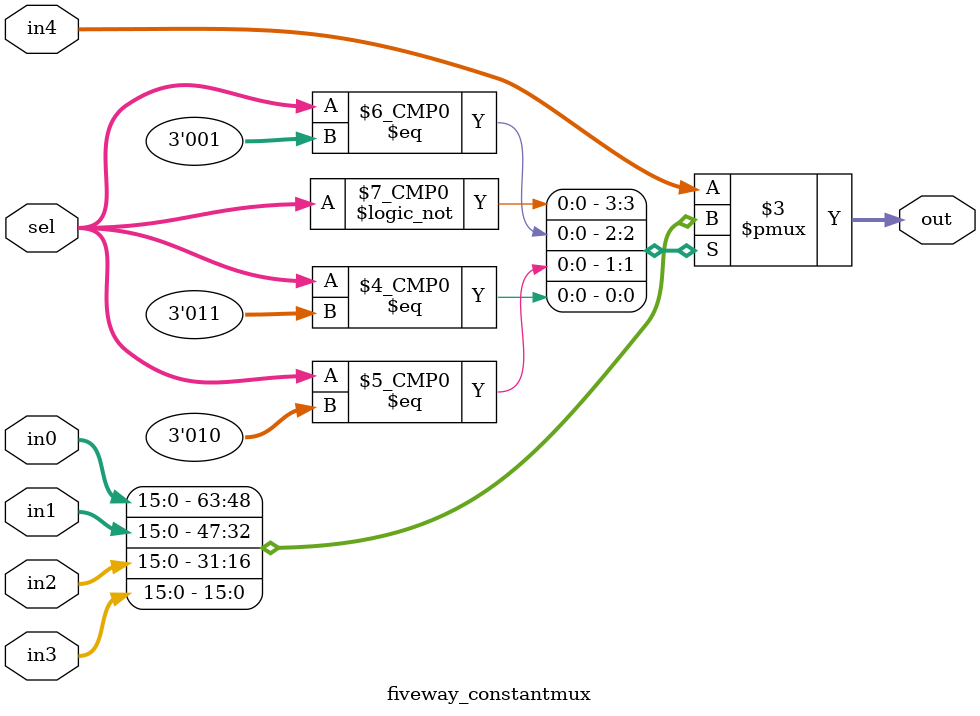
<source format=v>
`timescale 1ns / 1ps

// Dependencies: 	 N/A

//
//////////////////////////////////////////////////////////////////////////////////
module fiveway_constantmux(in0,in1,in2,in3,in4,sel,out);

input [2:0]  sel;
input [15:0] in0,in1,in2,in3,in4;
output[15:0] out;
reg [15:0] out;

always @(*)
case	(sel)
	'd0 :	out = in0;
	'd1 :	out = in1;
	'd2 :	out = in2;
	'd3 :	out = in3;
	default	out = in4;
endcase


endmodule

</source>
